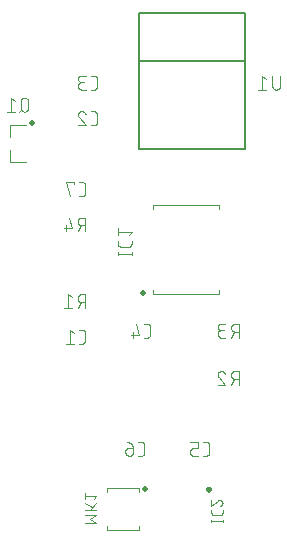
<source format=gbr>
G04 EAGLE Gerber RS-274X export*
G75*
%MOMM*%
%FSLAX34Y34*%
%LPD*%
%INSilkscreen Bottom*%
%IPPOS*%
%AMOC8*
5,1,8,0,0,1.08239X$1,22.5*%
G01*
%ADD10C,0.101600*%
%ADD11C,0.250000*%
%ADD12C,0.076200*%
%ADD13C,0.500000*%
%ADD14C,0.120000*%
%ADD15C,0.127000*%


D10*
X109299Y345508D02*
X111896Y345508D01*
X111995Y345510D01*
X112095Y345516D01*
X112194Y345525D01*
X112292Y345538D01*
X112390Y345555D01*
X112488Y345576D01*
X112584Y345601D01*
X112679Y345629D01*
X112773Y345661D01*
X112866Y345696D01*
X112958Y345735D01*
X113048Y345778D01*
X113136Y345823D01*
X113223Y345873D01*
X113307Y345925D01*
X113390Y345981D01*
X113470Y346039D01*
X113548Y346101D01*
X113623Y346166D01*
X113696Y346234D01*
X113766Y346304D01*
X113834Y346377D01*
X113899Y346452D01*
X113961Y346530D01*
X114019Y346610D01*
X114075Y346693D01*
X114127Y346777D01*
X114177Y346864D01*
X114222Y346952D01*
X114265Y347042D01*
X114304Y347134D01*
X114339Y347227D01*
X114371Y347321D01*
X114399Y347416D01*
X114424Y347512D01*
X114445Y347610D01*
X114462Y347708D01*
X114475Y347806D01*
X114484Y347905D01*
X114490Y348005D01*
X114492Y348104D01*
X114492Y354596D01*
X114490Y354695D01*
X114484Y354795D01*
X114475Y354894D01*
X114462Y354992D01*
X114445Y355090D01*
X114424Y355188D01*
X114399Y355284D01*
X114371Y355379D01*
X114339Y355473D01*
X114304Y355566D01*
X114265Y355658D01*
X114222Y355748D01*
X114177Y355836D01*
X114127Y355923D01*
X114075Y356007D01*
X114019Y356090D01*
X113961Y356170D01*
X113899Y356248D01*
X113834Y356323D01*
X113766Y356396D01*
X113696Y356466D01*
X113623Y356534D01*
X113548Y356599D01*
X113470Y356661D01*
X113390Y356719D01*
X113307Y356775D01*
X113223Y356827D01*
X113136Y356877D01*
X113048Y356922D01*
X112958Y356965D01*
X112866Y357004D01*
X112773Y357039D01*
X112679Y357071D01*
X112584Y357099D01*
X112488Y357124D01*
X112390Y357145D01*
X112292Y357162D01*
X112194Y357175D01*
X112095Y357184D01*
X111995Y357190D01*
X111896Y357192D01*
X109299Y357192D01*
X101364Y357192D02*
X101257Y357190D01*
X101151Y357184D01*
X101045Y357174D01*
X100939Y357161D01*
X100833Y357143D01*
X100729Y357122D01*
X100625Y357097D01*
X100522Y357068D01*
X100421Y357036D01*
X100321Y356999D01*
X100222Y356959D01*
X100124Y356916D01*
X100028Y356869D01*
X99934Y356818D01*
X99842Y356764D01*
X99752Y356707D01*
X99664Y356647D01*
X99579Y356583D01*
X99496Y356516D01*
X99415Y356446D01*
X99337Y356374D01*
X99261Y356298D01*
X99189Y356220D01*
X99119Y356139D01*
X99052Y356056D01*
X98988Y355971D01*
X98928Y355883D01*
X98871Y355793D01*
X98817Y355701D01*
X98766Y355607D01*
X98719Y355511D01*
X98676Y355413D01*
X98636Y355314D01*
X98599Y355214D01*
X98567Y355113D01*
X98538Y355010D01*
X98513Y354906D01*
X98492Y354802D01*
X98474Y354696D01*
X98461Y354590D01*
X98451Y354484D01*
X98445Y354378D01*
X98443Y354271D01*
X101364Y357192D02*
X101485Y357190D01*
X101606Y357184D01*
X101726Y357174D01*
X101847Y357161D01*
X101966Y357143D01*
X102086Y357122D01*
X102204Y357097D01*
X102321Y357068D01*
X102438Y357035D01*
X102553Y356999D01*
X102667Y356958D01*
X102780Y356915D01*
X102892Y356867D01*
X103001Y356816D01*
X103109Y356761D01*
X103216Y356703D01*
X103320Y356642D01*
X103422Y356577D01*
X103522Y356509D01*
X103620Y356438D01*
X103716Y356364D01*
X103809Y356287D01*
X103899Y356206D01*
X103987Y356123D01*
X104072Y356037D01*
X104155Y355948D01*
X104234Y355857D01*
X104311Y355763D01*
X104384Y355667D01*
X104454Y355569D01*
X104521Y355468D01*
X104585Y355365D01*
X104646Y355260D01*
X104703Y355153D01*
X104756Y355045D01*
X104806Y354935D01*
X104852Y354823D01*
X104895Y354710D01*
X104934Y354595D01*
X99417Y351999D02*
X99338Y352077D01*
X99262Y352157D01*
X99189Y352240D01*
X99119Y352326D01*
X99052Y352413D01*
X98988Y352504D01*
X98928Y352596D01*
X98870Y352690D01*
X98816Y352787D01*
X98766Y352885D01*
X98719Y352985D01*
X98675Y353086D01*
X98635Y353189D01*
X98599Y353294D01*
X98567Y353399D01*
X98538Y353506D01*
X98513Y353613D01*
X98491Y353722D01*
X98474Y353831D01*
X98460Y353940D01*
X98451Y354050D01*
X98445Y354161D01*
X98443Y354271D01*
X99416Y351999D02*
X104934Y345508D01*
X98443Y345508D01*
X109299Y375508D02*
X111896Y375508D01*
X111995Y375510D01*
X112095Y375516D01*
X112194Y375525D01*
X112292Y375538D01*
X112390Y375555D01*
X112488Y375576D01*
X112584Y375601D01*
X112679Y375629D01*
X112773Y375661D01*
X112866Y375696D01*
X112958Y375735D01*
X113048Y375778D01*
X113136Y375823D01*
X113223Y375873D01*
X113307Y375925D01*
X113390Y375981D01*
X113470Y376039D01*
X113548Y376101D01*
X113623Y376166D01*
X113696Y376234D01*
X113766Y376304D01*
X113834Y376377D01*
X113899Y376452D01*
X113961Y376530D01*
X114019Y376610D01*
X114075Y376693D01*
X114127Y376777D01*
X114177Y376864D01*
X114222Y376952D01*
X114265Y377042D01*
X114304Y377134D01*
X114339Y377227D01*
X114371Y377321D01*
X114399Y377416D01*
X114424Y377512D01*
X114445Y377610D01*
X114462Y377708D01*
X114475Y377806D01*
X114484Y377905D01*
X114490Y378005D01*
X114492Y378104D01*
X114492Y384596D01*
X114490Y384695D01*
X114484Y384795D01*
X114475Y384894D01*
X114462Y384992D01*
X114445Y385090D01*
X114424Y385188D01*
X114399Y385284D01*
X114371Y385379D01*
X114339Y385473D01*
X114304Y385566D01*
X114265Y385658D01*
X114222Y385748D01*
X114177Y385836D01*
X114127Y385923D01*
X114075Y386007D01*
X114019Y386090D01*
X113961Y386170D01*
X113899Y386248D01*
X113834Y386323D01*
X113766Y386396D01*
X113696Y386466D01*
X113623Y386534D01*
X113548Y386599D01*
X113470Y386661D01*
X113390Y386719D01*
X113307Y386775D01*
X113223Y386827D01*
X113136Y386877D01*
X113048Y386922D01*
X112958Y386965D01*
X112866Y387004D01*
X112773Y387039D01*
X112679Y387071D01*
X112584Y387099D01*
X112488Y387124D01*
X112390Y387145D01*
X112292Y387162D01*
X112194Y387175D01*
X112095Y387184D01*
X111995Y387190D01*
X111896Y387192D01*
X109299Y387192D01*
X104934Y375508D02*
X101688Y375508D01*
X101575Y375510D01*
X101462Y375516D01*
X101349Y375526D01*
X101236Y375540D01*
X101124Y375557D01*
X101013Y375579D01*
X100903Y375604D01*
X100793Y375634D01*
X100685Y375667D01*
X100578Y375704D01*
X100472Y375744D01*
X100368Y375789D01*
X100265Y375837D01*
X100164Y375888D01*
X100065Y375943D01*
X99968Y376001D01*
X99873Y376063D01*
X99780Y376128D01*
X99690Y376196D01*
X99602Y376267D01*
X99516Y376342D01*
X99433Y376419D01*
X99353Y376499D01*
X99276Y376582D01*
X99201Y376668D01*
X99130Y376756D01*
X99062Y376846D01*
X98997Y376939D01*
X98935Y377034D01*
X98877Y377131D01*
X98822Y377230D01*
X98771Y377331D01*
X98723Y377434D01*
X98678Y377538D01*
X98638Y377644D01*
X98601Y377751D01*
X98568Y377859D01*
X98538Y377969D01*
X98513Y378079D01*
X98491Y378190D01*
X98474Y378302D01*
X98460Y378415D01*
X98450Y378528D01*
X98444Y378641D01*
X98442Y378754D01*
X98444Y378867D01*
X98450Y378980D01*
X98460Y379093D01*
X98474Y379206D01*
X98491Y379318D01*
X98513Y379429D01*
X98538Y379539D01*
X98568Y379649D01*
X98601Y379757D01*
X98638Y379864D01*
X98678Y379970D01*
X98723Y380074D01*
X98771Y380177D01*
X98822Y380278D01*
X98877Y380377D01*
X98935Y380474D01*
X98997Y380569D01*
X99062Y380662D01*
X99130Y380752D01*
X99201Y380840D01*
X99276Y380926D01*
X99353Y381009D01*
X99433Y381089D01*
X99516Y381166D01*
X99602Y381241D01*
X99690Y381312D01*
X99780Y381380D01*
X99873Y381445D01*
X99968Y381507D01*
X100065Y381565D01*
X100164Y381620D01*
X100265Y381671D01*
X100368Y381719D01*
X100472Y381764D01*
X100578Y381804D01*
X100685Y381841D01*
X100793Y381874D01*
X100903Y381904D01*
X101013Y381929D01*
X101124Y381951D01*
X101236Y381968D01*
X101349Y381982D01*
X101462Y381992D01*
X101575Y381998D01*
X101688Y382000D01*
X101039Y387192D02*
X104934Y387192D01*
X101039Y387192D02*
X100938Y387190D01*
X100838Y387184D01*
X100738Y387174D01*
X100638Y387161D01*
X100539Y387143D01*
X100440Y387122D01*
X100343Y387097D01*
X100246Y387068D01*
X100151Y387035D01*
X100057Y386999D01*
X99965Y386959D01*
X99874Y386916D01*
X99785Y386869D01*
X99698Y386819D01*
X99612Y386765D01*
X99529Y386708D01*
X99449Y386648D01*
X99370Y386585D01*
X99294Y386518D01*
X99221Y386449D01*
X99151Y386377D01*
X99083Y386303D01*
X99018Y386226D01*
X98957Y386146D01*
X98898Y386064D01*
X98843Y385980D01*
X98791Y385894D01*
X98742Y385806D01*
X98697Y385716D01*
X98655Y385624D01*
X98617Y385531D01*
X98583Y385436D01*
X98552Y385341D01*
X98525Y385244D01*
X98502Y385146D01*
X98482Y385047D01*
X98467Y384947D01*
X98455Y384847D01*
X98447Y384747D01*
X98443Y384646D01*
X98443Y384546D01*
X98447Y384445D01*
X98455Y384345D01*
X98467Y384245D01*
X98482Y384145D01*
X98502Y384046D01*
X98525Y383948D01*
X98552Y383851D01*
X98583Y383756D01*
X98617Y383661D01*
X98655Y383568D01*
X98697Y383476D01*
X98742Y383386D01*
X98791Y383298D01*
X98843Y383212D01*
X98898Y383128D01*
X98957Y383046D01*
X99018Y382966D01*
X99083Y382889D01*
X99151Y382815D01*
X99221Y382743D01*
X99294Y382674D01*
X99370Y382607D01*
X99449Y382544D01*
X99529Y382484D01*
X99612Y382427D01*
X99698Y382373D01*
X99785Y382323D01*
X99874Y382276D01*
X99965Y382233D01*
X100057Y382193D01*
X100151Y382157D01*
X100246Y382124D01*
X100343Y382095D01*
X100440Y382070D01*
X100539Y382049D01*
X100638Y382031D01*
X100738Y382018D01*
X100838Y382008D01*
X100938Y382002D01*
X101039Y382000D01*
X101039Y381999D02*
X103636Y381999D01*
X154299Y165508D02*
X156896Y165508D01*
X156995Y165510D01*
X157095Y165516D01*
X157194Y165525D01*
X157292Y165538D01*
X157390Y165555D01*
X157488Y165576D01*
X157584Y165601D01*
X157679Y165629D01*
X157773Y165661D01*
X157866Y165696D01*
X157958Y165735D01*
X158048Y165778D01*
X158136Y165823D01*
X158223Y165873D01*
X158307Y165925D01*
X158390Y165981D01*
X158470Y166039D01*
X158548Y166101D01*
X158623Y166166D01*
X158696Y166234D01*
X158766Y166304D01*
X158834Y166377D01*
X158899Y166452D01*
X158961Y166530D01*
X159019Y166610D01*
X159075Y166693D01*
X159127Y166777D01*
X159177Y166864D01*
X159222Y166952D01*
X159265Y167042D01*
X159304Y167134D01*
X159339Y167227D01*
X159371Y167321D01*
X159399Y167416D01*
X159424Y167512D01*
X159445Y167610D01*
X159462Y167708D01*
X159475Y167806D01*
X159484Y167905D01*
X159490Y168005D01*
X159492Y168104D01*
X159492Y174596D01*
X159490Y174695D01*
X159484Y174795D01*
X159475Y174894D01*
X159462Y174992D01*
X159445Y175090D01*
X159424Y175188D01*
X159399Y175284D01*
X159371Y175379D01*
X159339Y175473D01*
X159304Y175566D01*
X159265Y175658D01*
X159222Y175748D01*
X159177Y175836D01*
X159127Y175923D01*
X159075Y176007D01*
X159019Y176090D01*
X158961Y176170D01*
X158899Y176248D01*
X158834Y176323D01*
X158766Y176396D01*
X158696Y176466D01*
X158623Y176534D01*
X158548Y176599D01*
X158470Y176661D01*
X158390Y176719D01*
X158307Y176775D01*
X158223Y176827D01*
X158136Y176877D01*
X158048Y176922D01*
X157958Y176965D01*
X157866Y177004D01*
X157773Y177039D01*
X157679Y177071D01*
X157584Y177099D01*
X157488Y177124D01*
X157390Y177145D01*
X157292Y177162D01*
X157194Y177175D01*
X157095Y177184D01*
X156995Y177190D01*
X156896Y177192D01*
X154299Y177192D01*
X147337Y177192D02*
X149934Y168104D01*
X143443Y168104D01*
X145390Y170701D02*
X145390Y165508D01*
X101896Y160508D02*
X99299Y160508D01*
X101896Y160508D02*
X101995Y160510D01*
X102095Y160516D01*
X102194Y160525D01*
X102292Y160538D01*
X102390Y160555D01*
X102488Y160576D01*
X102584Y160601D01*
X102679Y160629D01*
X102773Y160661D01*
X102866Y160696D01*
X102958Y160735D01*
X103048Y160778D01*
X103136Y160823D01*
X103223Y160873D01*
X103307Y160925D01*
X103390Y160981D01*
X103470Y161039D01*
X103548Y161101D01*
X103623Y161166D01*
X103696Y161234D01*
X103766Y161304D01*
X103834Y161377D01*
X103899Y161452D01*
X103961Y161530D01*
X104019Y161610D01*
X104075Y161693D01*
X104127Y161777D01*
X104177Y161864D01*
X104222Y161952D01*
X104265Y162042D01*
X104304Y162134D01*
X104339Y162227D01*
X104371Y162321D01*
X104399Y162416D01*
X104424Y162512D01*
X104445Y162610D01*
X104462Y162708D01*
X104475Y162806D01*
X104484Y162905D01*
X104490Y163005D01*
X104492Y163104D01*
X104492Y169596D01*
X104490Y169695D01*
X104484Y169795D01*
X104475Y169894D01*
X104462Y169992D01*
X104445Y170090D01*
X104424Y170188D01*
X104399Y170284D01*
X104371Y170379D01*
X104339Y170473D01*
X104304Y170566D01*
X104265Y170658D01*
X104222Y170748D01*
X104177Y170836D01*
X104127Y170923D01*
X104075Y171007D01*
X104019Y171090D01*
X103961Y171170D01*
X103899Y171248D01*
X103834Y171323D01*
X103766Y171396D01*
X103696Y171466D01*
X103623Y171534D01*
X103548Y171599D01*
X103470Y171661D01*
X103390Y171719D01*
X103307Y171775D01*
X103223Y171827D01*
X103136Y171877D01*
X103048Y171922D01*
X102958Y171965D01*
X102866Y172004D01*
X102773Y172039D01*
X102679Y172071D01*
X102584Y172099D01*
X102488Y172124D01*
X102390Y172145D01*
X102292Y172162D01*
X102194Y172175D01*
X102095Y172184D01*
X101995Y172190D01*
X101896Y172192D01*
X99299Y172192D01*
X94934Y169596D02*
X91688Y172192D01*
X91688Y160508D01*
X88443Y160508D02*
X94934Y160508D01*
X104492Y190508D02*
X104492Y202192D01*
X101246Y202192D01*
X101133Y202190D01*
X101020Y202184D01*
X100907Y202174D01*
X100794Y202160D01*
X100682Y202143D01*
X100571Y202121D01*
X100461Y202096D01*
X100351Y202066D01*
X100243Y202033D01*
X100136Y201996D01*
X100030Y201956D01*
X99926Y201911D01*
X99823Y201863D01*
X99722Y201812D01*
X99623Y201757D01*
X99526Y201699D01*
X99431Y201637D01*
X99338Y201572D01*
X99248Y201504D01*
X99160Y201433D01*
X99074Y201358D01*
X98991Y201281D01*
X98911Y201201D01*
X98834Y201118D01*
X98759Y201032D01*
X98688Y200944D01*
X98620Y200854D01*
X98555Y200761D01*
X98493Y200666D01*
X98435Y200569D01*
X98380Y200470D01*
X98329Y200369D01*
X98281Y200266D01*
X98236Y200162D01*
X98196Y200056D01*
X98159Y199949D01*
X98126Y199841D01*
X98096Y199731D01*
X98071Y199621D01*
X98049Y199510D01*
X98032Y199398D01*
X98018Y199285D01*
X98008Y199172D01*
X98002Y199059D01*
X98000Y198946D01*
X98002Y198833D01*
X98008Y198720D01*
X98018Y198607D01*
X98032Y198494D01*
X98049Y198382D01*
X98071Y198271D01*
X98096Y198161D01*
X98126Y198051D01*
X98159Y197943D01*
X98196Y197836D01*
X98236Y197730D01*
X98281Y197626D01*
X98329Y197523D01*
X98380Y197422D01*
X98435Y197323D01*
X98493Y197226D01*
X98555Y197131D01*
X98620Y197038D01*
X98688Y196948D01*
X98759Y196860D01*
X98834Y196774D01*
X98911Y196691D01*
X98991Y196611D01*
X99074Y196534D01*
X99160Y196459D01*
X99248Y196388D01*
X99338Y196320D01*
X99431Y196255D01*
X99526Y196193D01*
X99623Y196135D01*
X99722Y196080D01*
X99823Y196029D01*
X99926Y195981D01*
X100030Y195936D01*
X100136Y195896D01*
X100243Y195859D01*
X100351Y195826D01*
X100461Y195796D01*
X100571Y195771D01*
X100682Y195749D01*
X100794Y195732D01*
X100907Y195718D01*
X101020Y195708D01*
X101133Y195702D01*
X101246Y195700D01*
X101246Y195701D02*
X104492Y195701D01*
X100597Y195701D02*
X98001Y190508D01*
X93136Y199596D02*
X89890Y202192D01*
X89890Y190508D01*
X86645Y190508D02*
X93136Y190508D01*
D11*
X207500Y37250D02*
X207502Y37320D01*
X207508Y37390D01*
X207518Y37459D01*
X207531Y37528D01*
X207549Y37596D01*
X207570Y37663D01*
X207595Y37728D01*
X207624Y37792D01*
X207656Y37855D01*
X207692Y37915D01*
X207731Y37973D01*
X207773Y38029D01*
X207818Y38083D01*
X207866Y38134D01*
X207917Y38182D01*
X207971Y38227D01*
X208027Y38269D01*
X208085Y38308D01*
X208145Y38344D01*
X208208Y38376D01*
X208272Y38405D01*
X208337Y38430D01*
X208404Y38451D01*
X208472Y38469D01*
X208541Y38482D01*
X208610Y38492D01*
X208680Y38498D01*
X208750Y38500D01*
X208820Y38498D01*
X208890Y38492D01*
X208959Y38482D01*
X209028Y38469D01*
X209096Y38451D01*
X209163Y38430D01*
X209228Y38405D01*
X209292Y38376D01*
X209355Y38344D01*
X209415Y38308D01*
X209473Y38269D01*
X209529Y38227D01*
X209583Y38182D01*
X209634Y38134D01*
X209682Y38083D01*
X209727Y38029D01*
X209769Y37973D01*
X209808Y37915D01*
X209844Y37855D01*
X209876Y37792D01*
X209905Y37728D01*
X209930Y37663D01*
X209951Y37596D01*
X209969Y37528D01*
X209982Y37459D01*
X209992Y37390D01*
X209998Y37320D01*
X210000Y37250D01*
X209998Y37180D01*
X209992Y37110D01*
X209982Y37041D01*
X209969Y36972D01*
X209951Y36904D01*
X209930Y36837D01*
X209905Y36772D01*
X209876Y36708D01*
X209844Y36645D01*
X209808Y36585D01*
X209769Y36527D01*
X209727Y36471D01*
X209682Y36417D01*
X209634Y36366D01*
X209583Y36318D01*
X209529Y36273D01*
X209473Y36231D01*
X209415Y36192D01*
X209355Y36156D01*
X209292Y36124D01*
X209228Y36095D01*
X209163Y36070D01*
X209096Y36049D01*
X209028Y36031D01*
X208959Y36018D01*
X208890Y36008D01*
X208820Y36002D01*
X208750Y36000D01*
X208680Y36002D01*
X208610Y36008D01*
X208541Y36018D01*
X208472Y36031D01*
X208404Y36049D01*
X208337Y36070D01*
X208272Y36095D01*
X208208Y36124D01*
X208145Y36156D01*
X208085Y36192D01*
X208027Y36231D01*
X207971Y36273D01*
X207917Y36318D01*
X207866Y36366D01*
X207818Y36417D01*
X207773Y36471D01*
X207731Y36527D01*
X207692Y36585D01*
X207656Y36645D01*
X207624Y36708D01*
X207595Y36772D01*
X207570Y36837D01*
X207549Y36904D01*
X207531Y36972D01*
X207518Y37041D01*
X207508Y37110D01*
X207502Y37180D01*
X207500Y37250D01*
D12*
X211381Y10425D02*
X220779Y10425D01*
X211381Y9381D02*
X211381Y11469D01*
X220779Y11469D02*
X220779Y9381D01*
X211381Y17193D02*
X211381Y19281D01*
X211381Y17193D02*
X211383Y17104D01*
X211389Y17016D01*
X211398Y16928D01*
X211411Y16840D01*
X211428Y16753D01*
X211448Y16667D01*
X211473Y16582D01*
X211500Y16497D01*
X211532Y16414D01*
X211566Y16333D01*
X211605Y16253D01*
X211646Y16175D01*
X211691Y16098D01*
X211739Y16024D01*
X211790Y15951D01*
X211844Y15881D01*
X211902Y15814D01*
X211962Y15748D01*
X212024Y15686D01*
X212090Y15626D01*
X212157Y15568D01*
X212227Y15514D01*
X212300Y15463D01*
X212374Y15415D01*
X212451Y15370D01*
X212529Y15329D01*
X212609Y15290D01*
X212690Y15256D01*
X212773Y15224D01*
X212858Y15197D01*
X212943Y15172D01*
X213029Y15152D01*
X213116Y15135D01*
X213204Y15122D01*
X213292Y15113D01*
X213380Y15107D01*
X213469Y15105D01*
X213469Y15104D02*
X218691Y15104D01*
X218691Y15105D02*
X218782Y15107D01*
X218873Y15113D01*
X218964Y15123D01*
X219054Y15137D01*
X219143Y15154D01*
X219231Y15176D01*
X219319Y15202D01*
X219405Y15231D01*
X219490Y15264D01*
X219573Y15301D01*
X219655Y15341D01*
X219735Y15385D01*
X219813Y15432D01*
X219889Y15483D01*
X219962Y15536D01*
X220033Y15593D01*
X220102Y15654D01*
X220167Y15717D01*
X220230Y15782D01*
X220290Y15851D01*
X220348Y15922D01*
X220401Y15995D01*
X220452Y16071D01*
X220499Y16149D01*
X220543Y16229D01*
X220583Y16311D01*
X220620Y16394D01*
X220653Y16479D01*
X220682Y16565D01*
X220708Y16653D01*
X220730Y16741D01*
X220747Y16830D01*
X220761Y16920D01*
X220771Y17011D01*
X220777Y17102D01*
X220779Y17193D01*
X220779Y19281D01*
X220780Y25621D02*
X220778Y25716D01*
X220772Y25810D01*
X220763Y25904D01*
X220750Y25998D01*
X220733Y26091D01*
X220712Y26183D01*
X220687Y26275D01*
X220659Y26365D01*
X220627Y26454D01*
X220592Y26542D01*
X220553Y26628D01*
X220511Y26713D01*
X220465Y26796D01*
X220416Y26877D01*
X220364Y26956D01*
X220309Y27033D01*
X220250Y27107D01*
X220189Y27179D01*
X220125Y27249D01*
X220058Y27316D01*
X219988Y27380D01*
X219916Y27441D01*
X219842Y27500D01*
X219765Y27555D01*
X219686Y27607D01*
X219605Y27656D01*
X219522Y27702D01*
X219437Y27744D01*
X219351Y27783D01*
X219263Y27818D01*
X219174Y27850D01*
X219084Y27878D01*
X218992Y27903D01*
X218900Y27924D01*
X218807Y27941D01*
X218713Y27954D01*
X218619Y27963D01*
X218525Y27969D01*
X218430Y27971D01*
X220779Y25621D02*
X220777Y25513D01*
X220771Y25404D01*
X220761Y25296D01*
X220748Y25189D01*
X220730Y25082D01*
X220709Y24975D01*
X220684Y24870D01*
X220655Y24765D01*
X220623Y24662D01*
X220586Y24560D01*
X220546Y24459D01*
X220503Y24360D01*
X220456Y24262D01*
X220405Y24166D01*
X220351Y24072D01*
X220294Y23980D01*
X220233Y23890D01*
X220169Y23802D01*
X220103Y23717D01*
X220033Y23634D01*
X219960Y23554D01*
X219884Y23476D01*
X219806Y23401D01*
X219725Y23329D01*
X219641Y23260D01*
X219555Y23194D01*
X219467Y23131D01*
X219376Y23072D01*
X219284Y23015D01*
X219189Y22962D01*
X219093Y22913D01*
X218994Y22867D01*
X218895Y22824D01*
X218793Y22785D01*
X218691Y22750D01*
X216602Y27188D02*
X216671Y27257D01*
X216742Y27323D01*
X216815Y27387D01*
X216891Y27448D01*
X216970Y27506D01*
X217050Y27560D01*
X217133Y27612D01*
X217217Y27660D01*
X217303Y27706D01*
X217391Y27747D01*
X217481Y27786D01*
X217572Y27821D01*
X217664Y27852D01*
X217757Y27880D01*
X217851Y27904D01*
X217946Y27924D01*
X218042Y27941D01*
X218139Y27954D01*
X218236Y27963D01*
X218333Y27969D01*
X218430Y27971D01*
X216602Y27188D02*
X211381Y22750D01*
X211381Y27971D01*
D10*
X206896Y65508D02*
X204299Y65508D01*
X206896Y65508D02*
X206995Y65510D01*
X207095Y65516D01*
X207194Y65525D01*
X207292Y65538D01*
X207390Y65555D01*
X207488Y65576D01*
X207584Y65601D01*
X207679Y65629D01*
X207773Y65661D01*
X207866Y65696D01*
X207958Y65735D01*
X208048Y65778D01*
X208136Y65823D01*
X208223Y65873D01*
X208307Y65925D01*
X208390Y65981D01*
X208470Y66039D01*
X208548Y66101D01*
X208623Y66166D01*
X208696Y66234D01*
X208766Y66304D01*
X208834Y66377D01*
X208899Y66452D01*
X208961Y66530D01*
X209019Y66610D01*
X209075Y66693D01*
X209127Y66777D01*
X209177Y66864D01*
X209222Y66952D01*
X209265Y67042D01*
X209304Y67134D01*
X209339Y67227D01*
X209371Y67321D01*
X209399Y67416D01*
X209424Y67512D01*
X209445Y67610D01*
X209462Y67708D01*
X209475Y67806D01*
X209484Y67905D01*
X209490Y68005D01*
X209492Y68104D01*
X209492Y74596D01*
X209490Y74695D01*
X209484Y74795D01*
X209475Y74894D01*
X209462Y74992D01*
X209445Y75090D01*
X209424Y75188D01*
X209399Y75284D01*
X209371Y75379D01*
X209339Y75473D01*
X209304Y75566D01*
X209265Y75658D01*
X209222Y75748D01*
X209177Y75836D01*
X209127Y75923D01*
X209075Y76007D01*
X209019Y76090D01*
X208961Y76170D01*
X208899Y76248D01*
X208834Y76323D01*
X208766Y76396D01*
X208696Y76466D01*
X208623Y76534D01*
X208548Y76599D01*
X208470Y76661D01*
X208390Y76719D01*
X208307Y76775D01*
X208223Y76827D01*
X208136Y76877D01*
X208048Y76922D01*
X207958Y76965D01*
X207866Y77004D01*
X207773Y77039D01*
X207679Y77071D01*
X207584Y77099D01*
X207488Y77124D01*
X207390Y77145D01*
X207292Y77162D01*
X207194Y77175D01*
X207095Y77184D01*
X206995Y77190D01*
X206896Y77192D01*
X204299Y77192D01*
X199934Y65508D02*
X196039Y65508D01*
X195940Y65510D01*
X195840Y65516D01*
X195741Y65525D01*
X195643Y65538D01*
X195545Y65555D01*
X195447Y65576D01*
X195351Y65601D01*
X195256Y65629D01*
X195162Y65661D01*
X195069Y65696D01*
X194977Y65735D01*
X194887Y65778D01*
X194799Y65823D01*
X194712Y65873D01*
X194628Y65925D01*
X194545Y65981D01*
X194465Y66039D01*
X194387Y66101D01*
X194312Y66166D01*
X194239Y66234D01*
X194169Y66304D01*
X194101Y66377D01*
X194036Y66452D01*
X193974Y66530D01*
X193916Y66610D01*
X193860Y66693D01*
X193808Y66777D01*
X193758Y66864D01*
X193713Y66952D01*
X193670Y67042D01*
X193631Y67134D01*
X193596Y67227D01*
X193564Y67321D01*
X193536Y67416D01*
X193511Y67512D01*
X193490Y67610D01*
X193473Y67708D01*
X193460Y67806D01*
X193451Y67905D01*
X193445Y68005D01*
X193443Y68104D01*
X193443Y69403D01*
X193445Y69502D01*
X193451Y69602D01*
X193460Y69701D01*
X193473Y69799D01*
X193490Y69897D01*
X193511Y69995D01*
X193536Y70091D01*
X193564Y70186D01*
X193596Y70280D01*
X193631Y70373D01*
X193670Y70465D01*
X193713Y70555D01*
X193758Y70643D01*
X193808Y70730D01*
X193860Y70814D01*
X193916Y70897D01*
X193974Y70977D01*
X194036Y71055D01*
X194101Y71130D01*
X194169Y71203D01*
X194239Y71273D01*
X194312Y71341D01*
X194387Y71406D01*
X194465Y71468D01*
X194545Y71526D01*
X194628Y71582D01*
X194712Y71634D01*
X194799Y71684D01*
X194887Y71729D01*
X194977Y71772D01*
X195069Y71811D01*
X195162Y71846D01*
X195256Y71878D01*
X195351Y71906D01*
X195447Y71931D01*
X195545Y71952D01*
X195643Y71969D01*
X195741Y71982D01*
X195840Y71991D01*
X195940Y71997D01*
X196039Y71999D01*
X199934Y71999D01*
X199934Y77192D01*
X193443Y77192D01*
X234492Y125508D02*
X234492Y137192D01*
X231246Y137192D01*
X231133Y137190D01*
X231020Y137184D01*
X230907Y137174D01*
X230794Y137160D01*
X230682Y137143D01*
X230571Y137121D01*
X230461Y137096D01*
X230351Y137066D01*
X230243Y137033D01*
X230136Y136996D01*
X230030Y136956D01*
X229926Y136911D01*
X229823Y136863D01*
X229722Y136812D01*
X229623Y136757D01*
X229526Y136699D01*
X229431Y136637D01*
X229338Y136572D01*
X229248Y136504D01*
X229160Y136433D01*
X229074Y136358D01*
X228991Y136281D01*
X228911Y136201D01*
X228834Y136118D01*
X228759Y136032D01*
X228688Y135944D01*
X228620Y135854D01*
X228555Y135761D01*
X228493Y135666D01*
X228435Y135569D01*
X228380Y135470D01*
X228329Y135369D01*
X228281Y135266D01*
X228236Y135162D01*
X228196Y135056D01*
X228159Y134949D01*
X228126Y134841D01*
X228096Y134731D01*
X228071Y134621D01*
X228049Y134510D01*
X228032Y134398D01*
X228018Y134285D01*
X228008Y134172D01*
X228002Y134059D01*
X228000Y133946D01*
X228002Y133833D01*
X228008Y133720D01*
X228018Y133607D01*
X228032Y133494D01*
X228049Y133382D01*
X228071Y133271D01*
X228096Y133161D01*
X228126Y133051D01*
X228159Y132943D01*
X228196Y132836D01*
X228236Y132730D01*
X228281Y132626D01*
X228329Y132523D01*
X228380Y132422D01*
X228435Y132323D01*
X228493Y132226D01*
X228555Y132131D01*
X228620Y132038D01*
X228688Y131948D01*
X228759Y131860D01*
X228834Y131774D01*
X228911Y131691D01*
X228991Y131611D01*
X229074Y131534D01*
X229160Y131459D01*
X229248Y131388D01*
X229338Y131320D01*
X229431Y131255D01*
X229526Y131193D01*
X229623Y131135D01*
X229722Y131080D01*
X229823Y131029D01*
X229926Y130981D01*
X230030Y130936D01*
X230136Y130896D01*
X230243Y130859D01*
X230351Y130826D01*
X230461Y130796D01*
X230571Y130771D01*
X230682Y130749D01*
X230794Y130732D01*
X230907Y130718D01*
X231020Y130708D01*
X231133Y130702D01*
X231246Y130700D01*
X231246Y130701D02*
X234492Y130701D01*
X230597Y130701D02*
X228001Y125508D01*
X216645Y134271D02*
X216647Y134378D01*
X216653Y134484D01*
X216663Y134590D01*
X216676Y134696D01*
X216694Y134802D01*
X216715Y134906D01*
X216740Y135010D01*
X216769Y135113D01*
X216801Y135214D01*
X216838Y135314D01*
X216878Y135413D01*
X216921Y135511D01*
X216968Y135607D01*
X217019Y135701D01*
X217073Y135793D01*
X217130Y135883D01*
X217190Y135971D01*
X217254Y136056D01*
X217321Y136139D01*
X217391Y136220D01*
X217463Y136298D01*
X217539Y136374D01*
X217617Y136446D01*
X217698Y136516D01*
X217781Y136583D01*
X217866Y136647D01*
X217954Y136707D01*
X218044Y136764D01*
X218136Y136818D01*
X218230Y136869D01*
X218326Y136916D01*
X218424Y136959D01*
X218523Y136999D01*
X218623Y137036D01*
X218724Y137068D01*
X218827Y137097D01*
X218931Y137122D01*
X219035Y137143D01*
X219141Y137161D01*
X219247Y137174D01*
X219353Y137184D01*
X219459Y137190D01*
X219566Y137192D01*
X219687Y137190D01*
X219808Y137184D01*
X219928Y137174D01*
X220049Y137161D01*
X220168Y137143D01*
X220288Y137122D01*
X220406Y137097D01*
X220523Y137068D01*
X220640Y137035D01*
X220755Y136999D01*
X220869Y136958D01*
X220982Y136915D01*
X221094Y136867D01*
X221203Y136816D01*
X221311Y136761D01*
X221418Y136703D01*
X221522Y136642D01*
X221624Y136577D01*
X221724Y136509D01*
X221822Y136438D01*
X221918Y136364D01*
X222011Y136287D01*
X222101Y136206D01*
X222189Y136123D01*
X222274Y136037D01*
X222357Y135948D01*
X222436Y135857D01*
X222513Y135763D01*
X222586Y135667D01*
X222656Y135569D01*
X222723Y135468D01*
X222787Y135365D01*
X222848Y135260D01*
X222905Y135153D01*
X222958Y135045D01*
X223008Y134935D01*
X223054Y134823D01*
X223097Y134710D01*
X223136Y134595D01*
X217619Y131999D02*
X217540Y132077D01*
X217464Y132157D01*
X217391Y132240D01*
X217321Y132326D01*
X217254Y132413D01*
X217190Y132504D01*
X217130Y132596D01*
X217072Y132690D01*
X217018Y132787D01*
X216968Y132885D01*
X216921Y132985D01*
X216877Y133086D01*
X216837Y133189D01*
X216801Y133294D01*
X216769Y133399D01*
X216740Y133506D01*
X216715Y133613D01*
X216693Y133722D01*
X216676Y133831D01*
X216662Y133940D01*
X216653Y134050D01*
X216647Y134161D01*
X216645Y134271D01*
X217618Y131999D02*
X223136Y125508D01*
X216645Y125508D01*
X234492Y165508D02*
X234492Y177192D01*
X231246Y177192D01*
X231133Y177190D01*
X231020Y177184D01*
X230907Y177174D01*
X230794Y177160D01*
X230682Y177143D01*
X230571Y177121D01*
X230461Y177096D01*
X230351Y177066D01*
X230243Y177033D01*
X230136Y176996D01*
X230030Y176956D01*
X229926Y176911D01*
X229823Y176863D01*
X229722Y176812D01*
X229623Y176757D01*
X229526Y176699D01*
X229431Y176637D01*
X229338Y176572D01*
X229248Y176504D01*
X229160Y176433D01*
X229074Y176358D01*
X228991Y176281D01*
X228911Y176201D01*
X228834Y176118D01*
X228759Y176032D01*
X228688Y175944D01*
X228620Y175854D01*
X228555Y175761D01*
X228493Y175666D01*
X228435Y175569D01*
X228380Y175470D01*
X228329Y175369D01*
X228281Y175266D01*
X228236Y175162D01*
X228196Y175056D01*
X228159Y174949D01*
X228126Y174841D01*
X228096Y174731D01*
X228071Y174621D01*
X228049Y174510D01*
X228032Y174398D01*
X228018Y174285D01*
X228008Y174172D01*
X228002Y174059D01*
X228000Y173946D01*
X228002Y173833D01*
X228008Y173720D01*
X228018Y173607D01*
X228032Y173494D01*
X228049Y173382D01*
X228071Y173271D01*
X228096Y173161D01*
X228126Y173051D01*
X228159Y172943D01*
X228196Y172836D01*
X228236Y172730D01*
X228281Y172626D01*
X228329Y172523D01*
X228380Y172422D01*
X228435Y172323D01*
X228493Y172226D01*
X228555Y172131D01*
X228620Y172038D01*
X228688Y171948D01*
X228759Y171860D01*
X228834Y171774D01*
X228911Y171691D01*
X228991Y171611D01*
X229074Y171534D01*
X229160Y171459D01*
X229248Y171388D01*
X229338Y171320D01*
X229431Y171255D01*
X229526Y171193D01*
X229623Y171135D01*
X229722Y171080D01*
X229823Y171029D01*
X229926Y170981D01*
X230030Y170936D01*
X230136Y170896D01*
X230243Y170859D01*
X230351Y170826D01*
X230461Y170796D01*
X230571Y170771D01*
X230682Y170749D01*
X230794Y170732D01*
X230907Y170718D01*
X231020Y170708D01*
X231133Y170702D01*
X231246Y170700D01*
X231246Y170701D02*
X234492Y170701D01*
X230597Y170701D02*
X228001Y165508D01*
X223136Y165508D02*
X219890Y165508D01*
X219777Y165510D01*
X219664Y165516D01*
X219551Y165526D01*
X219438Y165540D01*
X219326Y165557D01*
X219215Y165579D01*
X219105Y165604D01*
X218995Y165634D01*
X218887Y165667D01*
X218780Y165704D01*
X218674Y165744D01*
X218570Y165789D01*
X218467Y165837D01*
X218366Y165888D01*
X218267Y165943D01*
X218170Y166001D01*
X218075Y166063D01*
X217982Y166128D01*
X217892Y166196D01*
X217804Y166267D01*
X217718Y166342D01*
X217635Y166419D01*
X217555Y166499D01*
X217478Y166582D01*
X217403Y166668D01*
X217332Y166756D01*
X217264Y166846D01*
X217199Y166939D01*
X217137Y167034D01*
X217079Y167131D01*
X217024Y167230D01*
X216973Y167331D01*
X216925Y167434D01*
X216880Y167538D01*
X216840Y167644D01*
X216803Y167751D01*
X216770Y167859D01*
X216740Y167969D01*
X216715Y168079D01*
X216693Y168190D01*
X216676Y168302D01*
X216662Y168415D01*
X216652Y168528D01*
X216646Y168641D01*
X216644Y168754D01*
X216646Y168867D01*
X216652Y168980D01*
X216662Y169093D01*
X216676Y169206D01*
X216693Y169318D01*
X216715Y169429D01*
X216740Y169539D01*
X216770Y169649D01*
X216803Y169757D01*
X216840Y169864D01*
X216880Y169970D01*
X216925Y170074D01*
X216973Y170177D01*
X217024Y170278D01*
X217079Y170377D01*
X217137Y170474D01*
X217199Y170569D01*
X217264Y170662D01*
X217332Y170752D01*
X217403Y170840D01*
X217478Y170926D01*
X217555Y171009D01*
X217635Y171089D01*
X217718Y171166D01*
X217804Y171241D01*
X217892Y171312D01*
X217982Y171380D01*
X218075Y171445D01*
X218170Y171507D01*
X218267Y171565D01*
X218366Y171620D01*
X218467Y171671D01*
X218570Y171719D01*
X218674Y171764D01*
X218780Y171804D01*
X218887Y171841D01*
X218995Y171874D01*
X219105Y171904D01*
X219215Y171929D01*
X219326Y171951D01*
X219438Y171968D01*
X219551Y171982D01*
X219664Y171992D01*
X219777Y171998D01*
X219890Y172000D01*
X219241Y177192D02*
X223136Y177192D01*
X219241Y177192D02*
X219140Y177190D01*
X219040Y177184D01*
X218940Y177174D01*
X218840Y177161D01*
X218741Y177143D01*
X218642Y177122D01*
X218545Y177097D01*
X218448Y177068D01*
X218353Y177035D01*
X218259Y176999D01*
X218167Y176959D01*
X218076Y176916D01*
X217987Y176869D01*
X217900Y176819D01*
X217814Y176765D01*
X217731Y176708D01*
X217651Y176648D01*
X217572Y176585D01*
X217496Y176518D01*
X217423Y176449D01*
X217353Y176377D01*
X217285Y176303D01*
X217220Y176226D01*
X217159Y176146D01*
X217100Y176064D01*
X217045Y175980D01*
X216993Y175894D01*
X216944Y175806D01*
X216899Y175716D01*
X216857Y175624D01*
X216819Y175531D01*
X216785Y175436D01*
X216754Y175341D01*
X216727Y175244D01*
X216704Y175146D01*
X216684Y175047D01*
X216669Y174947D01*
X216657Y174847D01*
X216649Y174747D01*
X216645Y174646D01*
X216645Y174546D01*
X216649Y174445D01*
X216657Y174345D01*
X216669Y174245D01*
X216684Y174145D01*
X216704Y174046D01*
X216727Y173948D01*
X216754Y173851D01*
X216785Y173756D01*
X216819Y173661D01*
X216857Y173568D01*
X216899Y173476D01*
X216944Y173386D01*
X216993Y173298D01*
X217045Y173212D01*
X217100Y173128D01*
X217159Y173046D01*
X217220Y172966D01*
X217285Y172889D01*
X217353Y172815D01*
X217423Y172743D01*
X217496Y172674D01*
X217572Y172607D01*
X217651Y172544D01*
X217731Y172484D01*
X217814Y172427D01*
X217900Y172373D01*
X217987Y172323D01*
X218076Y172276D01*
X218167Y172233D01*
X218259Y172193D01*
X218353Y172157D01*
X218448Y172124D01*
X218545Y172095D01*
X218642Y172070D01*
X218741Y172049D01*
X218840Y172031D01*
X218940Y172018D01*
X219040Y172008D01*
X219140Y172002D01*
X219241Y172000D01*
X219241Y171999D02*
X221837Y171999D01*
D13*
X153731Y203334D03*
D14*
X162000Y202500D02*
X162000Y205834D01*
X162000Y202500D02*
X218000Y202500D01*
X218000Y205834D01*
X162000Y274166D02*
X162000Y277500D01*
X218000Y277500D01*
X218000Y274166D01*
D10*
X143772Y236627D02*
X132088Y236627D01*
X132088Y235329D02*
X132088Y237926D01*
X143772Y237926D02*
X143772Y235329D01*
X132088Y245089D02*
X132088Y247686D01*
X132088Y245089D02*
X132090Y244990D01*
X132096Y244890D01*
X132105Y244791D01*
X132118Y244693D01*
X132135Y244595D01*
X132156Y244497D01*
X132181Y244401D01*
X132209Y244306D01*
X132241Y244212D01*
X132276Y244119D01*
X132315Y244027D01*
X132358Y243937D01*
X132403Y243849D01*
X132453Y243762D01*
X132505Y243678D01*
X132561Y243595D01*
X132619Y243515D01*
X132681Y243437D01*
X132746Y243362D01*
X132814Y243289D01*
X132884Y243219D01*
X132957Y243151D01*
X133032Y243086D01*
X133110Y243024D01*
X133190Y242966D01*
X133273Y242910D01*
X133357Y242858D01*
X133444Y242808D01*
X133532Y242763D01*
X133622Y242720D01*
X133714Y242681D01*
X133807Y242646D01*
X133901Y242614D01*
X133996Y242586D01*
X134092Y242561D01*
X134190Y242540D01*
X134288Y242523D01*
X134386Y242510D01*
X134485Y242501D01*
X134585Y242495D01*
X134684Y242493D01*
X141176Y242493D01*
X141275Y242495D01*
X141375Y242501D01*
X141474Y242510D01*
X141572Y242523D01*
X141670Y242540D01*
X141768Y242561D01*
X141864Y242586D01*
X141959Y242614D01*
X142053Y242646D01*
X142146Y242681D01*
X142238Y242720D01*
X142328Y242763D01*
X142416Y242808D01*
X142503Y242858D01*
X142587Y242910D01*
X142670Y242966D01*
X142750Y243024D01*
X142828Y243086D01*
X142903Y243151D01*
X142976Y243219D01*
X143046Y243289D01*
X143114Y243362D01*
X143179Y243437D01*
X143241Y243515D01*
X143299Y243595D01*
X143355Y243678D01*
X143407Y243762D01*
X143457Y243849D01*
X143502Y243937D01*
X143545Y244027D01*
X143584Y244119D01*
X143619Y244211D01*
X143651Y244306D01*
X143679Y244401D01*
X143704Y244497D01*
X143725Y244595D01*
X143742Y244693D01*
X143755Y244791D01*
X143764Y244890D01*
X143770Y244990D01*
X143772Y245089D01*
X143772Y247686D01*
X141176Y252051D02*
X143772Y255296D01*
X132088Y255296D01*
X132088Y252051D02*
X132088Y258542D01*
D13*
X59540Y347525D03*
D14*
X54500Y345625D02*
X40500Y345625D01*
X40500Y335525D01*
X40500Y314375D02*
X54500Y314375D01*
X40500Y314375D02*
X40500Y324475D01*
D10*
X56317Y360129D02*
X56317Y365321D01*
X56318Y365321D02*
X56316Y365434D01*
X56310Y365547D01*
X56300Y365660D01*
X56286Y365773D01*
X56269Y365885D01*
X56247Y365996D01*
X56222Y366106D01*
X56192Y366216D01*
X56159Y366324D01*
X56122Y366431D01*
X56082Y366537D01*
X56037Y366641D01*
X55989Y366744D01*
X55938Y366845D01*
X55883Y366944D01*
X55825Y367041D01*
X55763Y367136D01*
X55698Y367229D01*
X55630Y367319D01*
X55559Y367407D01*
X55484Y367493D01*
X55407Y367576D01*
X55327Y367656D01*
X55244Y367733D01*
X55158Y367808D01*
X55070Y367879D01*
X54980Y367947D01*
X54887Y368012D01*
X54792Y368074D01*
X54695Y368132D01*
X54596Y368187D01*
X54495Y368238D01*
X54392Y368286D01*
X54288Y368331D01*
X54182Y368371D01*
X54075Y368408D01*
X53967Y368441D01*
X53857Y368471D01*
X53747Y368496D01*
X53636Y368518D01*
X53524Y368535D01*
X53411Y368549D01*
X53298Y368559D01*
X53185Y368565D01*
X53072Y368567D01*
X52959Y368565D01*
X52846Y368559D01*
X52733Y368549D01*
X52620Y368535D01*
X52508Y368518D01*
X52397Y368496D01*
X52287Y368471D01*
X52177Y368441D01*
X52069Y368408D01*
X51962Y368371D01*
X51856Y368331D01*
X51752Y368286D01*
X51649Y368238D01*
X51548Y368187D01*
X51449Y368132D01*
X51352Y368074D01*
X51257Y368012D01*
X51164Y367947D01*
X51074Y367879D01*
X50986Y367808D01*
X50900Y367733D01*
X50817Y367656D01*
X50737Y367576D01*
X50660Y367493D01*
X50585Y367407D01*
X50514Y367319D01*
X50446Y367229D01*
X50381Y367136D01*
X50319Y367041D01*
X50261Y366944D01*
X50206Y366845D01*
X50155Y366744D01*
X50107Y366641D01*
X50062Y366537D01*
X50022Y366431D01*
X49985Y366324D01*
X49952Y366216D01*
X49922Y366106D01*
X49897Y365996D01*
X49875Y365885D01*
X49858Y365773D01*
X49844Y365660D01*
X49834Y365547D01*
X49828Y365434D01*
X49826Y365321D01*
X49826Y360129D01*
X49828Y360016D01*
X49834Y359903D01*
X49844Y359790D01*
X49858Y359677D01*
X49875Y359565D01*
X49897Y359454D01*
X49922Y359344D01*
X49952Y359234D01*
X49985Y359126D01*
X50022Y359019D01*
X50062Y358913D01*
X50107Y358809D01*
X50155Y358706D01*
X50206Y358605D01*
X50261Y358506D01*
X50319Y358409D01*
X50381Y358314D01*
X50446Y358221D01*
X50514Y358131D01*
X50585Y358043D01*
X50660Y357957D01*
X50737Y357874D01*
X50817Y357794D01*
X50900Y357717D01*
X50986Y357642D01*
X51074Y357571D01*
X51164Y357503D01*
X51257Y357438D01*
X51352Y357376D01*
X51449Y357318D01*
X51548Y357263D01*
X51649Y357212D01*
X51752Y357164D01*
X51856Y357119D01*
X51962Y357079D01*
X52069Y357042D01*
X52177Y357009D01*
X52287Y356979D01*
X52397Y356954D01*
X52508Y356932D01*
X52620Y356915D01*
X52733Y356901D01*
X52846Y356891D01*
X52959Y356885D01*
X53072Y356883D01*
X53185Y356885D01*
X53298Y356891D01*
X53411Y356901D01*
X53524Y356915D01*
X53636Y356932D01*
X53747Y356954D01*
X53857Y356979D01*
X53967Y357009D01*
X54075Y357042D01*
X54182Y357079D01*
X54288Y357119D01*
X54392Y357164D01*
X54495Y357212D01*
X54596Y357263D01*
X54695Y357318D01*
X54792Y357376D01*
X54887Y357438D01*
X54980Y357503D01*
X55070Y357571D01*
X55158Y357642D01*
X55244Y357717D01*
X55327Y357794D01*
X55407Y357874D01*
X55484Y357957D01*
X55559Y358043D01*
X55630Y358131D01*
X55698Y358221D01*
X55763Y358314D01*
X55825Y358409D01*
X55883Y358506D01*
X55938Y358605D01*
X55989Y358706D01*
X56037Y358809D01*
X56082Y358913D01*
X56122Y359019D01*
X56159Y359126D01*
X56192Y359234D01*
X56222Y359344D01*
X56247Y359454D01*
X56269Y359565D01*
X56286Y359677D01*
X56300Y359790D01*
X56310Y359903D01*
X56316Y360016D01*
X56318Y360129D01*
X51125Y359479D02*
X48528Y356883D01*
X45174Y365971D02*
X41928Y368567D01*
X41928Y356883D01*
X38683Y356883D02*
X45174Y356883D01*
D13*
X155090Y37574D03*
D14*
X150050Y38400D02*
X150050Y35074D01*
X150050Y38400D02*
X122550Y38400D01*
X122550Y35074D01*
X150050Y5726D02*
X150050Y2400D01*
X122550Y2400D01*
X122550Y5726D01*
D12*
X113979Y8981D02*
X104581Y8981D01*
X108758Y12114D02*
X113979Y8981D01*
X108758Y12114D02*
X113979Y15246D01*
X104581Y15246D01*
X104581Y19998D02*
X113979Y19998D01*
X113979Y25219D02*
X108236Y19998D01*
X110324Y22086D02*
X104581Y25219D01*
X111891Y28705D02*
X113979Y31316D01*
X104581Y31316D01*
X104581Y28705D02*
X104581Y33927D01*
D10*
X104492Y255508D02*
X104492Y267192D01*
X101246Y267192D01*
X101133Y267190D01*
X101020Y267184D01*
X100907Y267174D01*
X100794Y267160D01*
X100682Y267143D01*
X100571Y267121D01*
X100461Y267096D01*
X100351Y267066D01*
X100243Y267033D01*
X100136Y266996D01*
X100030Y266956D01*
X99926Y266911D01*
X99823Y266863D01*
X99722Y266812D01*
X99623Y266757D01*
X99526Y266699D01*
X99431Y266637D01*
X99338Y266572D01*
X99248Y266504D01*
X99160Y266433D01*
X99074Y266358D01*
X98991Y266281D01*
X98911Y266201D01*
X98834Y266118D01*
X98759Y266032D01*
X98688Y265944D01*
X98620Y265854D01*
X98555Y265761D01*
X98493Y265666D01*
X98435Y265569D01*
X98380Y265470D01*
X98329Y265369D01*
X98281Y265266D01*
X98236Y265162D01*
X98196Y265056D01*
X98159Y264949D01*
X98126Y264841D01*
X98096Y264731D01*
X98071Y264621D01*
X98049Y264510D01*
X98032Y264398D01*
X98018Y264285D01*
X98008Y264172D01*
X98002Y264059D01*
X98000Y263946D01*
X98002Y263833D01*
X98008Y263720D01*
X98018Y263607D01*
X98032Y263494D01*
X98049Y263382D01*
X98071Y263271D01*
X98096Y263161D01*
X98126Y263051D01*
X98159Y262943D01*
X98196Y262836D01*
X98236Y262730D01*
X98281Y262626D01*
X98329Y262523D01*
X98380Y262422D01*
X98435Y262323D01*
X98493Y262226D01*
X98555Y262131D01*
X98620Y262038D01*
X98688Y261948D01*
X98759Y261860D01*
X98834Y261774D01*
X98911Y261691D01*
X98991Y261611D01*
X99074Y261534D01*
X99160Y261459D01*
X99248Y261388D01*
X99338Y261320D01*
X99431Y261255D01*
X99526Y261193D01*
X99623Y261135D01*
X99722Y261080D01*
X99823Y261029D01*
X99926Y260981D01*
X100030Y260936D01*
X100136Y260896D01*
X100243Y260859D01*
X100351Y260826D01*
X100461Y260796D01*
X100571Y260771D01*
X100682Y260749D01*
X100794Y260732D01*
X100907Y260718D01*
X101020Y260708D01*
X101133Y260702D01*
X101246Y260700D01*
X101246Y260701D02*
X104492Y260701D01*
X100597Y260701D02*
X98001Y255508D01*
X93136Y258104D02*
X90539Y267192D01*
X93136Y258104D02*
X86645Y258104D01*
X88592Y260701D02*
X88592Y255508D01*
X99299Y285508D02*
X101896Y285508D01*
X101995Y285510D01*
X102095Y285516D01*
X102194Y285525D01*
X102292Y285538D01*
X102390Y285555D01*
X102488Y285576D01*
X102584Y285601D01*
X102679Y285629D01*
X102773Y285661D01*
X102866Y285696D01*
X102958Y285735D01*
X103048Y285778D01*
X103136Y285823D01*
X103223Y285873D01*
X103307Y285925D01*
X103390Y285981D01*
X103470Y286039D01*
X103548Y286101D01*
X103623Y286166D01*
X103696Y286234D01*
X103766Y286304D01*
X103834Y286377D01*
X103899Y286452D01*
X103961Y286530D01*
X104019Y286610D01*
X104075Y286693D01*
X104127Y286777D01*
X104177Y286864D01*
X104222Y286952D01*
X104265Y287042D01*
X104304Y287134D01*
X104339Y287227D01*
X104371Y287321D01*
X104399Y287416D01*
X104424Y287512D01*
X104445Y287610D01*
X104462Y287708D01*
X104475Y287806D01*
X104484Y287905D01*
X104490Y288005D01*
X104492Y288104D01*
X104492Y294596D01*
X104490Y294695D01*
X104484Y294795D01*
X104475Y294894D01*
X104462Y294992D01*
X104445Y295090D01*
X104424Y295188D01*
X104399Y295284D01*
X104371Y295379D01*
X104339Y295473D01*
X104304Y295566D01*
X104265Y295658D01*
X104222Y295748D01*
X104177Y295836D01*
X104127Y295923D01*
X104075Y296007D01*
X104019Y296090D01*
X103961Y296170D01*
X103899Y296248D01*
X103834Y296323D01*
X103766Y296396D01*
X103696Y296466D01*
X103623Y296534D01*
X103548Y296599D01*
X103470Y296661D01*
X103390Y296719D01*
X103307Y296775D01*
X103223Y296827D01*
X103136Y296877D01*
X103048Y296922D01*
X102958Y296965D01*
X102866Y297004D01*
X102773Y297039D01*
X102679Y297071D01*
X102584Y297099D01*
X102488Y297124D01*
X102390Y297145D01*
X102292Y297162D01*
X102194Y297175D01*
X102095Y297184D01*
X101995Y297190D01*
X101896Y297192D01*
X99299Y297192D01*
X94934Y297192D02*
X94934Y295894D01*
X94934Y297192D02*
X88443Y297192D01*
X91688Y285508D01*
X149299Y65508D02*
X151896Y65508D01*
X151995Y65510D01*
X152095Y65516D01*
X152194Y65525D01*
X152292Y65538D01*
X152390Y65555D01*
X152488Y65576D01*
X152584Y65601D01*
X152679Y65629D01*
X152773Y65661D01*
X152866Y65696D01*
X152958Y65735D01*
X153048Y65778D01*
X153136Y65823D01*
X153223Y65873D01*
X153307Y65925D01*
X153390Y65981D01*
X153470Y66039D01*
X153548Y66101D01*
X153623Y66166D01*
X153696Y66234D01*
X153766Y66304D01*
X153834Y66377D01*
X153899Y66452D01*
X153961Y66530D01*
X154019Y66610D01*
X154075Y66693D01*
X154127Y66777D01*
X154177Y66864D01*
X154222Y66952D01*
X154265Y67042D01*
X154304Y67134D01*
X154339Y67227D01*
X154371Y67321D01*
X154399Y67416D01*
X154424Y67512D01*
X154445Y67610D01*
X154462Y67708D01*
X154475Y67806D01*
X154484Y67905D01*
X154490Y68005D01*
X154492Y68104D01*
X154492Y74596D01*
X154490Y74695D01*
X154484Y74795D01*
X154475Y74894D01*
X154462Y74992D01*
X154445Y75090D01*
X154424Y75188D01*
X154399Y75284D01*
X154371Y75379D01*
X154339Y75473D01*
X154304Y75566D01*
X154265Y75658D01*
X154222Y75748D01*
X154177Y75836D01*
X154127Y75923D01*
X154075Y76007D01*
X154019Y76090D01*
X153961Y76170D01*
X153899Y76248D01*
X153834Y76323D01*
X153766Y76396D01*
X153696Y76466D01*
X153623Y76534D01*
X153548Y76599D01*
X153470Y76661D01*
X153390Y76719D01*
X153307Y76775D01*
X153223Y76827D01*
X153136Y76877D01*
X153048Y76922D01*
X152958Y76965D01*
X152866Y77004D01*
X152773Y77039D01*
X152679Y77071D01*
X152584Y77099D01*
X152488Y77124D01*
X152390Y77145D01*
X152292Y77162D01*
X152194Y77175D01*
X152095Y77184D01*
X151995Y77190D01*
X151896Y77192D01*
X149299Y77192D01*
X144934Y71999D02*
X141039Y71999D01*
X140940Y71997D01*
X140840Y71991D01*
X140741Y71982D01*
X140643Y71969D01*
X140545Y71952D01*
X140447Y71931D01*
X140351Y71906D01*
X140256Y71878D01*
X140162Y71846D01*
X140069Y71811D01*
X139977Y71772D01*
X139887Y71729D01*
X139799Y71684D01*
X139712Y71634D01*
X139628Y71582D01*
X139545Y71526D01*
X139465Y71468D01*
X139387Y71406D01*
X139312Y71341D01*
X139239Y71273D01*
X139169Y71203D01*
X139101Y71130D01*
X139036Y71055D01*
X138974Y70977D01*
X138916Y70897D01*
X138860Y70814D01*
X138808Y70730D01*
X138758Y70643D01*
X138713Y70555D01*
X138670Y70465D01*
X138631Y70373D01*
X138596Y70280D01*
X138564Y70186D01*
X138536Y70091D01*
X138511Y69995D01*
X138490Y69897D01*
X138473Y69799D01*
X138460Y69701D01*
X138451Y69602D01*
X138445Y69502D01*
X138443Y69403D01*
X138443Y68754D01*
X138442Y68754D02*
X138444Y68641D01*
X138450Y68528D01*
X138460Y68415D01*
X138474Y68302D01*
X138491Y68190D01*
X138513Y68079D01*
X138538Y67969D01*
X138568Y67859D01*
X138601Y67751D01*
X138638Y67644D01*
X138678Y67538D01*
X138723Y67434D01*
X138771Y67331D01*
X138822Y67230D01*
X138877Y67131D01*
X138935Y67034D01*
X138997Y66939D01*
X139062Y66846D01*
X139130Y66756D01*
X139201Y66668D01*
X139276Y66582D01*
X139353Y66499D01*
X139433Y66419D01*
X139516Y66342D01*
X139602Y66267D01*
X139690Y66196D01*
X139780Y66128D01*
X139873Y66063D01*
X139968Y66001D01*
X140065Y65943D01*
X140164Y65888D01*
X140265Y65837D01*
X140368Y65789D01*
X140472Y65744D01*
X140578Y65704D01*
X140685Y65667D01*
X140793Y65634D01*
X140903Y65604D01*
X141013Y65579D01*
X141124Y65557D01*
X141236Y65540D01*
X141349Y65526D01*
X141462Y65516D01*
X141575Y65510D01*
X141688Y65508D01*
X141801Y65510D01*
X141914Y65516D01*
X142027Y65526D01*
X142140Y65540D01*
X142252Y65557D01*
X142363Y65579D01*
X142473Y65604D01*
X142583Y65634D01*
X142691Y65667D01*
X142798Y65704D01*
X142904Y65744D01*
X143008Y65789D01*
X143111Y65837D01*
X143212Y65888D01*
X143311Y65943D01*
X143408Y66001D01*
X143503Y66063D01*
X143596Y66128D01*
X143686Y66196D01*
X143774Y66267D01*
X143860Y66342D01*
X143943Y66419D01*
X144023Y66499D01*
X144100Y66582D01*
X144175Y66668D01*
X144246Y66756D01*
X144314Y66846D01*
X144379Y66939D01*
X144441Y67034D01*
X144499Y67131D01*
X144554Y67230D01*
X144605Y67331D01*
X144653Y67434D01*
X144698Y67538D01*
X144738Y67644D01*
X144775Y67751D01*
X144808Y67859D01*
X144838Y67969D01*
X144863Y68079D01*
X144885Y68190D01*
X144902Y68302D01*
X144916Y68415D01*
X144926Y68528D01*
X144932Y68641D01*
X144934Y68754D01*
X144934Y71999D01*
X144932Y72142D01*
X144926Y72285D01*
X144916Y72428D01*
X144902Y72570D01*
X144885Y72712D01*
X144863Y72854D01*
X144838Y72995D01*
X144808Y73135D01*
X144775Y73274D01*
X144738Y73412D01*
X144697Y73549D01*
X144653Y73685D01*
X144604Y73820D01*
X144552Y73953D01*
X144497Y74085D01*
X144437Y74215D01*
X144374Y74344D01*
X144308Y74471D01*
X144238Y74596D01*
X144165Y74718D01*
X144088Y74839D01*
X144008Y74958D01*
X143925Y75074D01*
X143839Y75189D01*
X143750Y75300D01*
X143657Y75410D01*
X143562Y75516D01*
X143463Y75620D01*
X143362Y75721D01*
X143258Y75820D01*
X143152Y75915D01*
X143042Y76008D01*
X142931Y76097D01*
X142816Y76183D01*
X142700Y76266D01*
X142581Y76346D01*
X142460Y76423D01*
X142338Y76496D01*
X142213Y76566D01*
X142086Y76632D01*
X141957Y76695D01*
X141827Y76755D01*
X141695Y76810D01*
X141562Y76862D01*
X141427Y76911D01*
X141291Y76955D01*
X141154Y76996D01*
X141016Y77033D01*
X140877Y77066D01*
X140737Y77096D01*
X140596Y77121D01*
X140454Y77143D01*
X140312Y77160D01*
X140170Y77174D01*
X140027Y77184D01*
X139884Y77190D01*
X139741Y77192D01*
D15*
X240000Y325000D02*
X240000Y400000D01*
X240000Y440000D01*
X150000Y440000D01*
X150000Y400000D01*
X150000Y325000D01*
X240000Y325000D01*
X240000Y400000D02*
X150000Y400000D01*
D10*
X269492Y387192D02*
X269492Y378754D01*
X269490Y378641D01*
X269484Y378528D01*
X269474Y378415D01*
X269460Y378302D01*
X269443Y378190D01*
X269421Y378079D01*
X269396Y377969D01*
X269366Y377859D01*
X269333Y377751D01*
X269296Y377644D01*
X269256Y377538D01*
X269211Y377434D01*
X269163Y377331D01*
X269112Y377230D01*
X269057Y377131D01*
X268999Y377034D01*
X268937Y376939D01*
X268872Y376846D01*
X268804Y376756D01*
X268733Y376668D01*
X268658Y376582D01*
X268581Y376499D01*
X268501Y376419D01*
X268418Y376342D01*
X268332Y376267D01*
X268244Y376196D01*
X268154Y376128D01*
X268061Y376063D01*
X267966Y376001D01*
X267869Y375943D01*
X267770Y375888D01*
X267669Y375837D01*
X267566Y375789D01*
X267462Y375744D01*
X267356Y375704D01*
X267249Y375667D01*
X267141Y375634D01*
X267031Y375604D01*
X266921Y375579D01*
X266810Y375557D01*
X266698Y375540D01*
X266585Y375526D01*
X266472Y375516D01*
X266359Y375510D01*
X266246Y375508D01*
X266133Y375510D01*
X266020Y375516D01*
X265907Y375526D01*
X265794Y375540D01*
X265682Y375557D01*
X265571Y375579D01*
X265461Y375604D01*
X265351Y375634D01*
X265243Y375667D01*
X265136Y375704D01*
X265030Y375744D01*
X264926Y375789D01*
X264823Y375837D01*
X264722Y375888D01*
X264623Y375943D01*
X264526Y376001D01*
X264431Y376063D01*
X264338Y376128D01*
X264248Y376196D01*
X264160Y376267D01*
X264074Y376342D01*
X263991Y376419D01*
X263911Y376499D01*
X263834Y376582D01*
X263759Y376668D01*
X263688Y376756D01*
X263620Y376846D01*
X263555Y376939D01*
X263493Y377034D01*
X263435Y377131D01*
X263380Y377230D01*
X263329Y377331D01*
X263281Y377434D01*
X263236Y377538D01*
X263196Y377644D01*
X263159Y377751D01*
X263126Y377859D01*
X263096Y377969D01*
X263071Y378079D01*
X263049Y378190D01*
X263032Y378302D01*
X263018Y378415D01*
X263008Y378528D01*
X263002Y378641D01*
X263000Y378754D01*
X263001Y378754D02*
X263001Y387192D01*
X257681Y384596D02*
X254436Y387192D01*
X254436Y375508D01*
X257681Y375508D02*
X251190Y375508D01*
M02*

</source>
